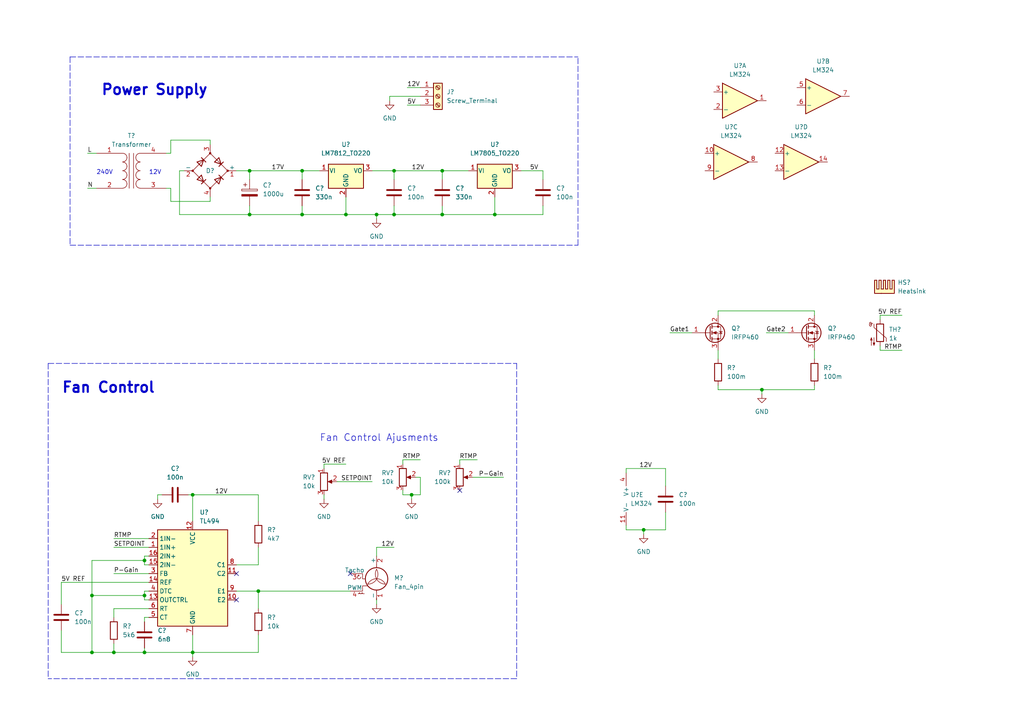
<source format=kicad_sch>
(kicad_sch (version 20211123) (generator eeschema)
  (paper "A4")
  (lib_symbols
    (symbol "Amplifier_Operational:LM324" (pin_names (offset 0.127))
      (property "Reference" "U" (at 0 5.08 0))
      (property "Value" "LM324" (at 0 -5.08 0))
      (symbol "LM324_1_1"
        (polyline (pts (xy -5.08 5.08) (xy 5.08 0) (xy -5.08 -5.08) (xy -5.08 5.08)) (stroke (width 0.254)) (fill (type background)))
        (pin output line (at 7.62 0 180) (length 2.54) (name "~") (number "1"))
        (pin input line (at -7.62 -2.54 0) (length 2.54) (name "-") (number "2"))
        (pin input line (at -7.62 2.54 0) (length 2.54) (name "+") (number "3"))
      )
      (symbol "LM324_2_1"
        (polyline (pts (xy -5.08 5.08) (xy 5.08 0) (xy -5.08 -5.08) (xy -5.08 5.08)) (stroke (width 0.254)) (fill (type background)))
        (pin input line (at -7.62 2.54 0) (length 2.54) (name "+") (number "5"))
        (pin input line (at -7.62 -2.54 0) (length 2.54) (name "-") (number "6"))
        (pin output line (at 7.62 0 180) (length 2.54) (name "~") (number "7"))
      )
      (symbol "LM324_3_1"
        (polyline (pts (xy -5.08 5.08) (xy 5.08 0) (xy -5.08 -5.08) (xy -5.08 5.08)) (stroke (width 0.254)) (fill (type background)))
        (pin input line (at -7.62 2.54 0) (length 2.54) (name "+") (number "10"))
        (pin output line (at 7.62 0 180) (length 2.54) (name "~") (number "8"))
        (pin input line (at -7.62 -2.54 0) (length 2.54) (name "-") (number "9"))
      )
      (symbol "LM324_4_1"
        (polyline (pts (xy -5.08 5.08) (xy 5.08 0) (xy -5.08 -5.08) (xy -5.08 5.08)) (stroke (width 0.254)) (fill (type background)))
        (pin input line (at -7.62 2.54 0) (length 2.54) (name "+") (number "12"))
        (pin input line (at -7.62 -2.54 0) (length 2.54) (name "-") (number "13"))
        (pin output line (at 7.62 0 180) (length 2.54) (name "~") (number "14"))
      )
      (symbol "LM324_5_1"
        (pin power_in line (at -2.54 -7.62 90) (length 3.81) (name "V-") (number "11"))
        (pin power_in line (at -2.54 7.62 270) (length 3.81) (name "V+") (number "4"))
      )
    )
    (symbol "Connector:Screw_Terminal_01x03" (pin_names (offset 1.016) hide)
      (property "Reference" "J" (at 0 5.08 0))
      (property "Value" "Screw_Terminal_01x03" (at 0 -5.08 0))
      (symbol "Screw_Terminal_01x03_1_1"
        (rectangle (start -1.27 3.81) (end 1.27 -3.81) (stroke (width 0.254)) (fill (type background)))
        (circle (center 0 -2.54) (radius 0.635) (stroke (width 0.1524)))
        (polyline (pts (xy -0.5334 -2.2098) (xy 0.3302 -3.048)) (stroke (width 0.1524)))
        (polyline (pts (xy -0.5334 0.3302) (xy 0.3302 -0.508)) (stroke (width 0.1524)))
        (polyline (pts (xy -0.5334 2.8702) (xy 0.3302 2.032)) (stroke (width 0.1524)))
        (polyline (pts (xy -0.3556 -2.032) (xy 0.508 -2.8702)) (stroke (width 0.1524)))
        (polyline (pts (xy -0.3556 0.508) (xy 0.508 -0.3302)) (stroke (width 0.1524)))
        (polyline (pts (xy -0.3556 3.048) (xy 0.508 2.2098)) (stroke (width 0.1524)))
        (circle (center 0 0) (radius 0.635) (stroke (width 0.1524)))
        (circle (center 0 2.54) (radius 0.635) (stroke (width 0.1524)))
        (pin passive line (at -5.08 2.54 0) (length 3.81) (name "Pin_1") (number "1"))
        (pin passive line (at -5.08 0 0) (length 3.81) (name "Pin_2") (number "2"))
        (pin passive line (at -5.08 -2.54 0) (length 3.81) (name "Pin_3") (number "3"))
      )
    )
    (symbol "Device:C" (pin_numbers hide) (pin_names (offset 0.254))
      (property "Reference" "C" (at 0.635 2.54 0))
      (property "Value" "C" (at 0.635 -2.54 0))
      (symbol "C_0_1"
        (polyline (pts (xy -2.032 -0.762) (xy 2.032 -0.762)) (stroke (width 0.508)))
        (polyline (pts (xy -2.032 0.762) (xy 2.032 0.762)) (stroke (width 0.508)))
      )
      (symbol "C_1_1"
        (pin passive line (at 0 3.81 270) (length 2.794) (name "~") (number "1"))
        (pin passive line (at 0 -3.81 90) (length 2.794) (name "~") (number "2"))
      )
    )
    (symbol "Device:C_Polarized" (pin_numbers hide) (pin_names (offset 0.254))
      (property "Reference" "C" (at 0.635 2.54 0))
      (property "Value" "C_Polarized" (at 0.635 -2.54 0))
      (symbol "C_Polarized_0_1"
        (rectangle (start -2.286 0.508) (end 2.286 1.016))
        (polyline (pts (xy -1.778 2.286) (xy -0.762 2.286)))
        (polyline (pts (xy -1.27 2.794) (xy -1.27 1.778)))
        (rectangle (start 2.286 -0.508) (end -2.286 -1.016) (fill (type outline)))
      )
      (symbol "C_Polarized_1_1"
        (pin passive line (at 0 3.81 270) (length 2.794) (name "~") (number "1"))
        (pin passive line (at 0 -3.81 90) (length 2.794) (name "~") (number "2"))
      )
    )
    (symbol "Device:D_Bridge_+-AA" (pin_names (offset 0))
      (property "Reference" "D" (at 2.54 6.985 0))
      (property "Value" "D_Bridge_+-AA" (at 2.54 5.08 0))
      (symbol "D_Bridge_+-AA_0_1"
        (circle (center -5.08 0) (radius 0.254) (fill (type outline)))
        (circle (center 0 -5.08) (radius 0.254) (fill (type outline)))
        (polyline (pts (xy -2.54 3.81) (xy -1.27 2.54)) (stroke (width 0.254)))
        (polyline (pts (xy -1.27 -2.54) (xy -2.54 -3.81)) (stroke (width 0.254)))
        (polyline (pts (xy 2.54 -1.27) (xy 3.81 -2.54)) (stroke (width 0.254)))
        (polyline (pts (xy 2.54 1.27) (xy 3.81 2.54)) (stroke (width 0.254)))
        (polyline (pts (xy -3.81 2.54) (xy -2.54 1.27) (xy -1.905 3.175) (xy -3.81 2.54)) (stroke (width 0.254)))
        (polyline (pts (xy -2.54 -1.27) (xy -3.81 -2.54) (xy -1.905 -3.175) (xy -2.54 -1.27)) (stroke (width 0.254)))
        (polyline (pts (xy 1.27 2.54) (xy 2.54 3.81) (xy 3.175 1.905) (xy 1.27 2.54)) (stroke (width 0.254)))
        (polyline (pts (xy 3.175 -1.905) (xy 1.27 -2.54) (xy 2.54 -3.81) (xy 3.175 -1.905)) (stroke (width 0.254)))
        (polyline (pts (xy -5.08 0) (xy 0 -5.08) (xy 5.08 0) (xy 0 5.08) (xy -5.08 0)))
        (circle (center 0 5.08) (radius 0.254) (fill (type outline)))
        (circle (center 5.08 0) (radius 0.254) (fill (type outline)))
      )
      (symbol "D_Bridge_+-AA_1_1"
        (pin passive line (at 7.62 0 180) (length 2.54) (name "+") (number "1"))
        (pin passive line (at -7.62 0 0) (length 2.54) (name "-") (number "2"))
        (pin passive line (at 0 7.62 270) (length 2.54) (name "~") (number "3"))
        (pin passive line (at 0 -7.62 90) (length 2.54) (name "~") (number "4"))
      )
    )
    (symbol "Device:Q_NMOS_GDS" (pin_names (offset 0) hide)
      (property "Reference" "Q" (at 5.08 1.27 0))
      (property "Value" "Q_NMOS_GDS" (at 5.08 -1.27 0))
      (symbol "Q_NMOS_GDS_0_1"
        (polyline (pts (xy 0.254 0) (xy -2.54 0)))
        (polyline (pts (xy 0.254 1.905) (xy 0.254 -1.905)) (stroke (width 0.254)))
        (polyline (pts (xy 0.762 -1.27) (xy 0.762 -2.286)) (stroke (width 0.254)))
        (polyline (pts (xy 0.762 0.508) (xy 0.762 -0.508)) (stroke (width 0.254)))
        (polyline (pts (xy 0.762 2.286) (xy 0.762 1.27)) (stroke (width 0.254)))
        (polyline (pts (xy 2.54 2.54) (xy 2.54 1.778)))
        (polyline (pts (xy 2.54 -2.54) (xy 2.54 0) (xy 0.762 0)))
        (polyline (pts (xy 0.762 -1.778) (xy 3.302 -1.778) (xy 3.302 1.778) (xy 0.762 1.778)))
        (polyline (pts (xy 1.016 0) (xy 2.032 0.381) (xy 2.032 -0.381) (xy 1.016 0)) (fill (type outline)))
        (polyline (pts (xy 2.794 0.508) (xy 2.921 0.381) (xy 3.683 0.381) (xy 3.81 0.254)))
        (polyline (pts (xy 3.302 0.381) (xy 2.921 -0.254) (xy 3.683 -0.254) (xy 3.302 0.381)))
        (circle (center 1.651 0) (radius 2.794) (stroke (width 0.254)))
        (circle (center 2.54 -1.778) (radius 0.254) (fill (type outline)))
        (circle (center 2.54 1.778) (radius 0.254) (fill (type outline)))
      )
      (symbol "Q_NMOS_GDS_1_1"
        (pin input line (at -5.08 0 0) (length 2.54) (name "G") (number "1"))
        (pin passive line (at 2.54 5.08 270) (length 2.54) (name "D") (number "2"))
        (pin passive line (at 2.54 -5.08 90) (length 2.54) (name "S") (number "3"))
      )
    )
    (symbol "Device:R" (pin_numbers hide) (pin_names (offset 0))
      (property "Reference" "R" (at 2.032 0 90))
      (property "Value" "R" (at 0 0 90))
      (symbol "R_0_1"
        (rectangle (start -1.016 -2.54) (end 1.016 2.54) (stroke (width 0.254)))
      )
      (symbol "R_1_1"
        (pin passive line (at 0 3.81 270) (length 1.27) (name "~") (number "1"))
        (pin passive line (at 0 -3.81 90) (length 1.27) (name "~") (number "2"))
      )
    )
    (symbol "Device:R_Potentiometer" (pin_names (offset 1.016) hide)
      (property "Reference" "RV" (at -4.445 0 90))
      (property "Value" "R_Potentiometer" (at -2.54 0 90))
      (symbol "R_Potentiometer_0_1"
        (polyline (pts (xy 2.54 0) (xy 1.524 0)))
        (polyline (pts (xy 1.143 0) (xy 2.286 0.508) (xy 2.286 -0.508) (xy 1.143 0)) (fill (type outline)))
        (rectangle (start 1.016 2.54) (end -1.016 -2.54) (stroke (width 0.254)))
      )
      (symbol "R_Potentiometer_1_1"
        (pin passive line (at 0 3.81 270) (length 1.27) (name "1") (number "1"))
        (pin passive line (at 3.81 0 180) (length 1.27) (name "2") (number "2"))
        (pin passive line (at 0 -3.81 90) (length 1.27) (name "3") (number "3"))
      )
    )
    (symbol "Device:Thermistor_NTC" (pin_numbers hide) (pin_names (offset 0))
      (property "Reference" "TH" (at -4.445 0 90))
      (property "Value" "Thermistor_NTC" (at 3.175 0 90))
      (symbol "Thermistor_NTC_0_1"
        (arc (start -3.048 2.159) (mid -3.0495 2.3143) (end -3.175 2.413))
        (arc (start -3.048 2.159) (mid -2.9736 1.9794) (end -2.794 1.905))
        (arc (start -3.048 2.794) (mid -2.9736 2.6144) (end -2.794 2.54))
        (arc (start -2.794 1.905) (mid -2.6144 1.9794) (end -2.54 2.159))
        (arc (start -2.794 2.54) (mid -2.4393 2.5587) (end -2.159 2.794))
        (arc (start -2.794 3.048) (mid -2.9736 2.9736) (end -3.048 2.794))
        (arc (start -2.54 2.794) (mid -2.6144 2.9736) (end -2.794 3.048))
        (rectangle (start -1.016 2.54) (end 1.016 -2.54) (stroke (width 0.254)))
        (polyline (pts (xy -2.54 2.159) (xy -2.54 2.794)))
        (polyline (pts (xy -1.778 2.54) (xy -1.778 1.524) (xy 1.778 -1.524) (xy 1.778 -2.54)))
        (polyline (pts (xy -2.54 -3.683) (xy -2.54 -1.397) (xy -2.794 -2.159) (xy -2.286 -2.159) (xy -2.54 -1.397) (xy -2.54 -1.651)) (fill (type outline)))
        (polyline (pts (xy -1.778 -1.397) (xy -1.778 -3.683) (xy -2.032 -2.921) (xy -1.524 -2.921) (xy -1.778 -3.683) (xy -1.778 -3.429)) (fill (type outline)))
      )
      (symbol "Thermistor_NTC_1_1"
        (pin passive line (at 0 3.81 270) (length 1.27) (name "~") (number "1"))
        (pin passive line (at 0 -3.81 90) (length 1.27) (name "~") (number "2"))
      )
    )
    (symbol "Device:Transformer_1P_1S" (pin_names (offset 1.016) hide)
      (property "Reference" "T" (at 0 6.35 0))
      (property "Value" "Transformer_1P_1S" (at 0 -7.62 0))
      (symbol "Transformer_1P_1S_0_1"
        (arc (start -2.54 -5.0546) (mid -1.6599 -4.6901) (end -1.27 -3.81))
        (arc (start -2.54 -2.5146) (mid -1.6599 -2.1501) (end -1.27 -1.27))
        (arc (start -2.54 0.0254) (mid -1.6599 0.3899) (end -1.27 1.27))
        (arc (start -2.54 2.5654) (mid -1.6599 2.9299) (end -1.27 3.81))
        (arc (start -1.27 -3.81) (mid -1.642 -2.912) (end -2.54 -2.54))
        (arc (start -1.27 -1.27) (mid -1.642 -0.372) (end -2.54 0))
        (arc (start -1.27 1.27) (mid -1.642 2.168) (end -2.54 2.54))
        (arc (start -1.27 3.81) (mid -1.642 4.708) (end -2.54 5.08))
        (polyline (pts (xy -0.635 5.08) (xy -0.635 -5.08)))
        (polyline (pts (xy 0.635 -5.08) (xy 0.635 5.08)))
        (arc (start 1.2954 -1.27) (mid 1.6599 -2.1501) (end 2.54 -2.5146))
        (arc (start 1.2954 1.27) (mid 1.6599 0.3899) (end 2.54 0.0254))
        (arc (start 1.2954 3.81) (mid 1.6599 2.9299) (end 2.54 2.5654))
        (arc (start 1.3208 -3.81) (mid 1.6853 -4.6901) (end 2.5654 -5.0546))
        (arc (start 2.54 0) (mid 1.642 -0.372) (end 1.2954 -1.27))
        (arc (start 2.54 2.54) (mid 1.642 2.168) (end 1.2954 1.27))
        (arc (start 2.54 5.08) (mid 1.642 4.708) (end 1.2954 3.81))
        (arc (start 2.5654 -2.54) (mid 1.6674 -2.912) (end 1.3208 -3.81))
      )
      (symbol "Transformer_1P_1S_1_1"
        (pin passive line (at -10.16 5.08 0) (length 7.62) (name "AA") (number "1"))
        (pin passive line (at -10.16 -5.08 0) (length 7.62) (name "AB") (number "2"))
        (pin passive line (at 10.16 -5.08 180) (length 7.62) (name "SA") (number "3"))
        (pin passive line (at 10.16 5.08 180) (length 7.62) (name "SB") (number "4"))
      )
    )
    (symbol "Mechanical:Heatsink" (pin_names (offset 1.016))
      (property "Reference" "HS" (at 0 5.08 0))
      (property "Value" "Heatsink" (at 0 -1.27 0))
      (symbol "Heatsink_0_1"
        (polyline (pts (xy -0.3302 1.27) (xy -0.9652 1.27) (xy -0.9652 3.81) (xy -1.6002 3.81) (xy -1.6002 1.27) (xy -2.2352 1.27) (xy -2.2352 3.81) (xy -2.8702 3.81) (xy -2.8702 0) (xy -0.9652 0)) (stroke (width 0.254)) (fill (type background)))
        (polyline (pts (xy -0.3302 1.27) (xy -0.3302 3.81) (xy 0.3048 3.81) (xy 0.3048 1.27) (xy 0.9398 1.27) (xy 0.9398 3.81) (xy 1.5748 3.81) (xy 1.5748 1.27) (xy 2.2098 1.27) (xy 2.2098 3.81) (xy 2.8448 3.81) (xy 2.8448 0) (xy -0.9652 0)) (stroke (width 0.254)) (fill (type background)))
      )
    )
    (symbol "Motor:Fan_4pin" (pin_names (offset 0))
      (property "Reference" "M" (at 2.54 5.08 0))
      (property "Value" "Fan_4pin" (at 2.54 -2.54 0))
      (symbol "Fan_4pin_0_0"
        (arc (start -5.588 1.524) (mid -5.08 1.016) (end -4.572 1.524))
        (arc (start -5.08 2.032) (mid -5.4392 1.8832) (end -5.588 1.524))
        (polyline (pts (xy -5.08 2.032) (xy -5.334 2.159)))
        (polyline (pts (xy -5.08 2.032) (xy -5.207 1.778)))
        (polyline (pts (xy -4.064 2.54) (xy -4.064 1.016) (xy -3.302 1.016)))
      )
      (symbol "Fan_4pin_0_1"
        (arc (start -2.54 -0.508) (mid 0.0028 0.9121) (end 0 3.81))
        (polyline (pts (xy -4.064 2.54) (xy -5.08 2.54)))
        (polyline (pts (xy 0 -5.08) (xy 0 -4.572)))
        (polyline (pts (xy 0 -2.2352) (xy 0 -2.6416)))
        (polyline (pts (xy 0 4.2672) (xy 0 4.6228)))
        (polyline (pts (xy 0 4.572) (xy 0 5.08)))
        (polyline (pts (xy -2.54 -1.016) (xy -4.064 -1.016) (xy -4.064 -2.54) (xy -5.08 -2.54)))
        (polyline (pts (xy -5.334 -3.302) (xy -5.08 -3.302) (xy -5.08 -3.048) (xy -4.826 -3.048) (xy -4.826 -3.302) (xy -4.318 -3.302) (xy -4.318 -3.048) (xy -4.064 -3.048) (xy -4.064 -3.302) (xy -3.556 -3.302)))
        (circle (center 0 1.016) (radius 3.2512) (stroke (width 0.254)))
        (arc (start 0 3.81) (mid 0.053 0.921) (end 2.54 -0.508))
        (arc (start 2.54 -0.508) (mid 0 1.0618) (end -2.54 -0.508))
      )
      (symbol "Fan_4pin_1_1"
        (pin passive line (at 0 -5.08 90) (length 2.54) (name "-") (number "1"))
        (pin passive line (at 0 7.62 270) (length 2.54) (name "+") (number "2"))
        (pin passive line (at -7.62 2.54 0) (length 2.54) (name "Tacho") (number "3"))
        (pin input line (at -7.62 -2.54 0) (length 2.54) (name "PWM") (number "4"))
      )
    )
    (symbol "Regulator_Controller:TL494"
      (property "Reference" "U" (at 3.81 19.05 0))
      (property "Value" "TL494" (at 3.81 16.51 0))
      (symbol "TL494_0_1"
        (rectangle (start -10.16 -12.7) (end 10.16 15.24) (stroke (width 0.254)) (fill (type background)))
      )
      (symbol "TL494_1_1"
        (pin input line (at -12.7 10.16 0) (length 2.54) (name "1IN+") (number "1"))
        (pin passive line (at 12.7 -5.08 180) (length 2.54) (name "E2") (number "10"))
        (pin passive line (at 12.7 2.54 180) (length 2.54) (name "C2") (number "11"))
        (pin power_in line (at 0 17.78 270) (length 2.54) (name "VCC") (number "12"))
        (pin input line (at -12.7 -5.08 0) (length 2.54) (name "OUTCTRL") (number "13"))
        (pin power_out line (at -12.7 0 0) (length 2.54) (name "REF") (number "14"))
        (pin input line (at -12.7 5.08 0) (length 2.54) (name "2IN-") (number "15"))
        (pin input line (at -12.7 7.62 0) (length 2.54) (name "2IN+") (number "16"))
        (pin input line (at -12.7 12.7 0) (length 2.54) (name "1IN-") (number "2"))
        (pin output line (at -12.7 2.54 0) (length 2.54) (name "FB") (number "3"))
        (pin input line (at -12.7 -2.54 0) (length 2.54) (name "DTC") (number "4"))
        (pin passive line (at -12.7 -10.16 0) (length 2.54) (name "CT") (number "5"))
        (pin passive line (at -12.7 -7.62 0) (length 2.54) (name "RT") (number "6"))
        (pin power_in line (at 0 -15.24 90) (length 2.54) (name "GND") (number "7"))
        (pin passive line (at 12.7 5.08 180) (length 2.54) (name "C1") (number "8"))
        (pin passive line (at 12.7 -2.54 180) (length 2.54) (name "E1") (number "9"))
      )
    )
    (symbol "Regulator_Linear:LM7805_TO220" (pin_names (offset 0.254))
      (property "Reference" "U" (at -3.81 3.175 0))
      (property "Value" "LM7805_TO220" (at 0 3.175 0))
      (symbol "LM7805_TO220_0_1"
        (rectangle (start -5.08 1.905) (end 5.08 -5.08) (stroke (width 0.254)) (fill (type background)))
      )
      (symbol "LM7805_TO220_1_1"
        (pin power_in line (at -7.62 0 0) (length 2.54) (name "VI") (number "1"))
        (pin power_in line (at 0 -7.62 90) (length 2.54) (name "GND") (number "2"))
        (pin power_out line (at 7.62 0 180) (length 2.54) (name "VO") (number "3"))
      )
    )
    (symbol "Regulator_Linear:LM7812_TO220" (pin_names (offset 0.254))
      (property "Reference" "U" (at -3.81 3.175 0))
      (property "Value" "LM7812_TO220" (at 0 3.175 0))
      (symbol "LM7812_TO220_0_1"
        (rectangle (start -5.08 1.905) (end 5.08 -5.08) (stroke (width 0.254)) (fill (type background)))
      )
      (symbol "LM7812_TO220_1_1"
        (pin power_in line (at -7.62 0 0) (length 2.54) (name "VI") (number "1"))
        (pin power_in line (at 0 -7.62 90) (length 2.54) (name "GND") (number "2"))
        (pin power_out line (at 7.62 0 180) (length 2.54) (name "VO") (number "3"))
      )
    )
    (symbol "power:GND" (power) (pin_names (offset 0))
      (property "Value" "GND" (at 0 -3.81 0))
      (symbol "GND_0_1"
        (polyline (pts (xy 0 0) (xy 0 -1.27) (xy 1.27 -1.27) (xy 0 -2.54) (xy -1.27 -1.27) (xy 0 -1.27)))
      )
      (symbol "GND_1_1"
        (pin power_in line (at 0 0 270) (length 0) hide (name "GND") (number "1"))
      )
    )
  )
  (junction (at 128.27 62.23))
  (junction (at 109.22 62.23))
  (junction (at 72.39 49.53))
  (junction (at 128.27 49.53))
  (junction (at 74.93 171.45))
  (junction (at 41.91 172.72))
  (junction (at 114.3 49.53))
  (junction (at 119.38 143.51))
  (junction (at 41.91 189.23))
  (junction (at 26.67 172.72))
  (junction (at 143.51 62.23))
  (junction (at 186.69 153.67))
  (junction (at 114.3 62.23))
  (junction (at 41.91 162.56))
  (junction (at 100.33 62.23))
  (junction (at 87.63 62.23))
  (junction (at 26.67 189.23))
  (junction (at 220.98 113.03))
  (junction (at 33.02 189.23))
  (junction (at 87.63 49.53))
  (junction (at 55.88 143.51))
  (junction (at 72.39 62.23))
  (junction (at 55.88 189.23))
  (no_connect (at 101.6 166.37))
  (no_connect (at 68.58 173.99))
  (no_connect (at 68.58 166.37))
  (no_connect (at 133.35 142.24))
  (wire (pts (xy 72.39 49.53) (xy 87.63 49.53)))
  (wire (pts (xy 55.88 184.15) (xy 55.88 189.23)))
  (wire (pts (xy 72.39 62.23) (xy 87.63 62.23)))
  (wire (pts (xy 43.18 168.91) (xy 17.78 168.91)))
  (wire (pts (xy 220.98 113.03) (xy 220.98 114.3)))
  (wire (pts (xy 43.18 171.45) (xy 41.91 171.45)))
  (wire (pts (xy 107.95 49.53) (xy 114.3 49.53)))
  (wire (pts (xy 116.84 133.35) (xy 116.84 134.62)))
  (wire (pts (xy 41.91 179.07) (xy 41.91 180.34)))
  (wire (pts (xy 43.18 179.07) (xy 41.91 179.07)))
  (wire (pts (xy 128.27 59.69) (xy 128.27 62.23)))
  (wire (pts (xy 33.02 186.69) (xy 33.02 189.23)))
  (wire (pts (xy 72.39 49.53) (xy 72.39 52.07)))
  (wire (pts (xy 113.03 29.21) (xy 113.03 27.94)))
  (wire (pts (xy 49.53 58.42) (xy 60.96 58.42)))
  (wire (pts (xy 236.22 101.6) (xy 236.22 104.14)))
  (wire (pts (xy 236.22 113.03) (xy 236.22 111.76)))
  (wire (pts (xy 128.27 49.53) (xy 128.27 52.07)))
  (wire (pts (xy 113.03 27.94) (xy 121.92 27.94)))
  (wire (pts (xy 45.72 143.51) (xy 45.72 144.78)))
  (wire (pts (xy 114.3 59.69) (xy 114.3 62.23)))
  (wire (pts (xy 49.53 54.61) (xy 49.53 58.42)))
  (wire (pts (xy 49.53 40.64) (xy 49.53 44.45)))
  (wire (pts (xy 222.25 96.52) (xy 228.6 96.52)))
  (wire (pts (xy 25.4 54.61) (xy 27.94 54.61)))
  (wire (pts (xy 41.91 189.23) (xy 41.91 187.96)))
  (wire (pts (xy 41.91 163.83) (xy 43.18 163.83)))
  (wire (pts (xy 114.3 49.53) (xy 128.27 49.53)))
  (wire (pts (xy 41.91 172.72) (xy 41.91 173.99)))
  (wire (pts (xy 208.28 101.6) (xy 208.28 104.14)))
  (wire (pts (xy 26.67 172.72) (xy 41.91 172.72)))
  (wire (pts (xy 138.43 133.35) (xy 133.35 133.35)))
  (wire (pts (xy 220.98 113.03) (xy 236.22 113.03)))
  (wire (pts (xy 46.99 143.51) (xy 45.72 143.51)))
  (wire (pts (xy 181.61 137.16) (xy 181.61 135.89)))
  (wire (pts (xy 55.88 143.51) (xy 55.88 151.13)))
  (wire (pts (xy 41.91 189.23) (xy 55.88 189.23)))
  (wire (pts (xy 25.4 44.45) (xy 27.94 44.45)))
  (wire (pts (xy 33.02 176.53) (xy 33.02 179.07)))
  (wire (pts (xy 261.62 101.6) (xy 255.27 101.6)))
  (wire (pts (xy 17.78 168.91) (xy 17.78 175.26)))
  (wire (pts (xy 121.92 143.51) (xy 119.38 143.51)))
  (wire (pts (xy 181.61 153.67) (xy 181.61 152.4)))
  (wire (pts (xy 93.98 143.51) (xy 93.98 144.78)))
  (wire (pts (xy 55.88 143.51) (xy 74.93 143.51)))
  (wire (pts (xy 157.48 59.69) (xy 157.48 62.23)))
  (wire (pts (xy 60.96 58.42) (xy 60.96 57.15)))
  (wire (pts (xy 157.48 49.53) (xy 157.48 52.07)))
  (wire (pts (xy 181.61 135.89) (xy 193.04 135.89)))
  (polyline (pts (xy 13.97 105.41) (xy 149.86 105.41)))
  (wire (pts (xy 72.39 59.69) (xy 72.39 62.23)))
  (polyline (pts (xy 13.97 105.41) (xy 13.97 196.85)))
  (wire (pts (xy 255.27 100.33) (xy 255.27 101.6)))
  (wire (pts (xy 74.93 151.13) (xy 74.93 143.51)))
  (wire (pts (xy 49.53 40.64) (xy 60.96 40.64)))
  (wire (pts (xy 41.91 173.99) (xy 43.18 173.99)))
  (wire (pts (xy 54.61 143.51) (xy 55.88 143.51)))
  (wire (pts (xy 255.27 91.44) (xy 261.62 91.44)))
  (wire (pts (xy 157.48 62.23) (xy 143.51 62.23)))
  (wire (pts (xy 120.65 138.43) (xy 121.92 138.43)))
  (wire (pts (xy 186.69 153.67) (xy 181.61 153.67)))
  (wire (pts (xy 128.27 62.23) (xy 143.51 62.23)))
  (wire (pts (xy 114.3 62.23) (xy 109.22 62.23)))
  (polyline (pts (xy 167.64 71.12) (xy 167.64 16.51)))
  (wire (pts (xy 55.88 189.23) (xy 74.93 189.23)))
  (polyline (pts (xy 20.32 16.51) (xy 167.64 16.51)))
  (wire (pts (xy 193.04 135.89) (xy 193.04 140.97)))
  (wire (pts (xy 208.28 91.44) (xy 208.28 90.17)))
  (wire (pts (xy 194.31 96.52) (xy 200.66 96.52)))
  (wire (pts (xy 74.93 189.23) (xy 74.93 184.15)))
  (wire (pts (xy 74.93 163.83) (xy 74.93 158.75)))
  (wire (pts (xy 53.34 49.53) (xy 52.07 49.53)))
  (wire (pts (xy 128.27 49.53) (xy 135.89 49.53)))
  (wire (pts (xy 118.11 25.4) (xy 121.92 25.4)))
  (wire (pts (xy 55.88 190.5) (xy 55.88 189.23)))
  (wire (pts (xy 74.93 171.45) (xy 74.93 176.53)))
  (wire (pts (xy 137.16 138.43) (xy 146.05 138.43)))
  (wire (pts (xy 118.11 30.48) (xy 121.92 30.48)))
  (wire (pts (xy 208.28 111.76) (xy 208.28 113.03)))
  (wire (pts (xy 60.96 40.64) (xy 60.96 41.91)))
  (wire (pts (xy 87.63 49.53) (xy 87.63 52.07)))
  (wire (pts (xy 151.13 49.53) (xy 157.48 49.53)))
  (wire (pts (xy 109.22 62.23) (xy 100.33 62.23)))
  (wire (pts (xy 208.28 113.03) (xy 220.98 113.03)))
  (wire (pts (xy 17.78 189.23) (xy 17.78 182.88)))
  (wire (pts (xy 119.38 143.51) (xy 116.84 143.51)))
  (wire (pts (xy 33.02 189.23) (xy 41.91 189.23)))
  (wire (pts (xy 119.38 143.51) (xy 119.38 144.78)))
  (wire (pts (xy 74.93 171.45) (xy 101.6 171.45)))
  (wire (pts (xy 133.35 133.35) (xy 133.35 134.62)))
  (wire (pts (xy 114.3 158.75) (xy 109.22 158.75)))
  (wire (pts (xy 109.22 62.23) (xy 109.22 63.5)))
  (wire (pts (xy 26.67 172.72) (xy 26.67 189.23)))
  (polyline (pts (xy 20.32 71.12) (xy 167.64 71.12)))
  (wire (pts (xy 87.63 59.69) (xy 87.63 62.23)))
  (wire (pts (xy 33.02 156.21) (xy 43.18 156.21)))
  (wire (pts (xy 26.67 189.23) (xy 17.78 189.23)))
  (wire (pts (xy 193.04 153.67) (xy 186.69 153.67)))
  (polyline (pts (xy 20.32 16.51) (xy 20.32 71.12)))
  (wire (pts (xy 41.91 162.56) (xy 41.91 163.83)))
  (wire (pts (xy 52.07 62.23) (xy 72.39 62.23)))
  (wire (pts (xy 41.91 171.45) (xy 41.91 172.72)))
  (wire (pts (xy 92.71 49.53) (xy 87.63 49.53)))
  (wire (pts (xy 48.26 54.61) (xy 49.53 54.61)))
  (wire (pts (xy 48.26 44.45) (xy 49.53 44.45)))
  (wire (pts (xy 208.28 90.17) (xy 236.22 90.17)))
  (wire (pts (xy 121.92 133.35) (xy 116.84 133.35)))
  (wire (pts (xy 121.92 138.43) (xy 121.92 143.51)))
  (wire (pts (xy 41.91 161.29) (xy 41.91 162.56)))
  (wire (pts (xy 33.02 158.75) (xy 43.18 158.75)))
  (wire (pts (xy 236.22 90.17) (xy 236.22 91.44)))
  (wire (pts (xy 26.67 162.56) (xy 26.67 172.72)))
  (wire (pts (xy 100.33 134.62) (xy 93.98 134.62)))
  (wire (pts (xy 128.27 62.23) (xy 114.3 62.23)))
  (wire (pts (xy 33.02 166.37) (xy 43.18 166.37)))
  (wire (pts (xy 68.58 49.53) (xy 72.39 49.53)))
  (wire (pts (xy 43.18 161.29) (xy 41.91 161.29)))
  (wire (pts (xy 143.51 62.23) (xy 143.51 57.15)))
  (wire (pts (xy 193.04 148.59) (xy 193.04 153.67)))
  (wire (pts (xy 109.22 173.99) (xy 109.22 175.26)))
  (wire (pts (xy 255.27 92.71) (xy 255.27 91.44)))
  (wire (pts (xy 186.69 153.67) (xy 186.69 154.94)))
  (wire (pts (xy 52.07 49.53) (xy 52.07 62.23)))
  (wire (pts (xy 109.22 158.75) (xy 109.22 161.29)))
  (wire (pts (xy 97.79 139.7) (xy 107.95 139.7)))
  (wire (pts (xy 87.63 62.23) (xy 100.33 62.23)))
  (polyline (pts (xy 149.86 196.85) (xy 13.97 196.85)))
  (wire (pts (xy 68.58 163.83) (xy 74.93 163.83)))
  (wire (pts (xy 100.33 62.23) (xy 100.33 57.15)))
  (wire (pts (xy 116.84 143.51) (xy 116.84 142.24)))
  (wire (pts (xy 93.98 134.62) (xy 93.98 135.89)))
  (wire (pts (xy 41.91 162.56) (xy 26.67 162.56)))
  (wire (pts (xy 68.58 171.45) (xy 74.93 171.45)))
  (wire (pts (xy 114.3 49.53) (xy 114.3 52.07)))
  (wire (pts (xy 43.18 176.53) (xy 33.02 176.53)))
  (polyline (pts (xy 149.86 105.41) (xy 149.86 196.85)))
  (wire (pts (xy 26.67 189.23) (xy 33.02 189.23)))
  (text "12V" (at 43.18 50.8 0) (effects (font (size 1.25 1.25)) (justify left bottom)))
  (text "Fan Control" (at 17.78 114.3 0) (effects (font (size 3 3) (thickness 0.6) bold) (justify left bottom)))
  (text "Fan Control Ajusments" (at 92.71 128.27 0) (effects (font (size 2 2)) (justify left bottom)))
  (text "240V" (at 27.94 50.8 0) (effects (font (size 1.25 1.25)) (justify left bottom)))
  (text "Power Supply" (at 29.21 27.94 0) (effects (font (size 3 3) (thickness 0.6) bold) (justify left bottom)))
  (label "5V REF" (at 17.78 168.91 0))
  (label "RTMP" (at 261.62 101.6 180))
  (label "5V REF" (at 261.62 91.44 180))
  (label "RTMP" (at 33.02 156.21 0))
  (label "12V" (at 118.11 25.4 0))
  (label "SETPOINT" (at 33.02 158.75 0))
  (label "17V" (at 78.74 49.53 0))
  (label "12V" (at 185.42 135.89 0))
  (label "12V" (at 66.04 143.51 180))
  (label "5V REF" (at 100.33 134.62 180))
  (label "N" (at 25.4 54.61 0))
  (label "SETPOINT" (at 107.95 139.7 180))
  (label "RTMP" (at 138.43 133.35 180))
  (label "5V" (at 153.67 49.53 0))
  (label "Gate1" (at 194.31 96.52 0))
  (label "12V" (at 119.38 49.53 0))
  (label "5V" (at 118.11 30.48 0))
  (label "RTMP" (at 121.92 133.35 180))
  (label "L" (at 25.4 44.45 0))
  (label "P-Gain" (at 33.02 166.37 0))
  (label "Gate2" (at 222.25 96.52 0))
  (label "P-Gain" (at 146.05 138.43 180))
  (label "12V" (at 114.3 158.75 180))
  (symbol (lib_id "Device:R_Potentiometer") (at 133.35 138.43 0) (unit 1)
    (property "Reference" "RV?" (at 130.81 137.1599 0) (effects (justify right)))
    (property "Value" "100k" (at 130.81 139.6999 0) (effects (justify right)))
  )
  (symbol (lib_id "Device:C") (at 128.27 55.88 0) (unit 1)
    (property "Reference" "C?" (at 132.08 54.6099 0) (effects (justify left)))
    (property "Value" "330n" (at 132.08 57.1499 0) (effects (justify left)))
  )
  (symbol (lib_id "power:GND") (at 45.72 144.78 0) (unit 1)
    (property "Reference" "#PWR?" (effects hide))
    (property "Value" "GND" (at 45.72 149.86 0))
  )
  (symbol (lib_id "Amplifier_Operational:LM324") (at 232.41 46.99 0) (unit 4)
    (property "Reference" "U?" (at 232.41 36.83 0))
    (property "Value" "LM324" (at 232.41 39.37 0))
    (property "Datasheet" "http://www.ti.com/lit/ds/symlink/lm2902-n.pdf" (effects hide))
  )
  (symbol (lib_id "Amplifier_Operational:LM324") (at 212.09 46.99 0) (unit 3)
    (property "Reference" "U?" (at 212.09 36.83 0))
    (property "Value" "LM324" (at 212.09 39.37 0))
    (property "Datasheet" "http://www.ti.com/lit/ds/symlink/lm2902-n.pdf" (effects hide))
  )
  (symbol (lib_id "Device:Q_NMOS_GDS") (at 205.74 96.52 0) (unit 1)
    (property "Reference" "Q?" (at 212.09 95.2499 0) (effects (justify left)))
    (property "Value" "IRFP460" (at 212.09 97.7899 0) (effects (justify left)))
  )
  (symbol (lib_id "power:GND") (at 113.03 29.21 0) (unit 1)
    (property "Reference" "#PWR?" (effects hide))
    (property "Value" "GND" (at 113.03 34.29 0))
  )
  (symbol (lib_id "Device:C") (at 41.91 184.15 0) (unit 1)
    (property "Reference" "C?" (at 45.72 182.8799 0) (effects (justify left)))
    (property "Value" "6n8" (at 45.72 185.4199 0) (effects (justify left)))
  )
  (symbol (lib_id "Device:R_Potentiometer") (at 116.84 138.43 0) (unit 1)
    (property "Reference" "RV?" (at 114.3 137.1599 0) (effects (justify right)))
    (property "Value" "10k" (at 114.3 139.6999 0) (effects (justify right)))
  )
  (symbol (lib_id "Device:Transformer_1P_1S") (at 38.1 49.53 0) (unit 1)
    (property "Reference" "T?" (at 38.1127 39.37 0))
    (property "Value" "Transformer" (at 38.1127 41.91 0))
  )
  (symbol (lib_id "Device:D_Bridge_+-AA") (at 60.96 49.53 0) (unit 1)
    (property "Reference" "D?" (at 60.96 49.53 0))
    (property "Value" "D_Bridge_+-AA" (effects hide))
  )
  (symbol (lib_id "Connector:Screw_Terminal_01x03") (at 127 27.94 0) (unit 1)
    (property "Reference" "J?" (at 129.54 26.6699 0) (effects (justify left)))
    (property "Value" "Screw_Terminal" (at 129.54 29.2099 0) (effects (justify left)))
  )
  (symbol (lib_id "Motor:Fan_4pin") (at 109.22 168.91 0) (unit 1)
    (property "Reference" "M?" (at 114.3 167.6399 0) (effects (justify left)))
    (property "Value" "Fan_4pin" (at 114.3 170.1799 0) (effects (justify left)))
    (property "Datasheet" "http://www.formfactors.org/developer%5Cspecs%5Crev1_2_public.pdf" (effects hide))
  )
  (symbol (lib_id "Amplifier_Operational:LM324") (at 238.76 27.94 0) (unit 2)
    (property "Reference" "U?" (at 238.76 17.78 0))
    (property "Value" "LM324" (at 238.76 20.32 0))
    (property "Datasheet" "http://www.ti.com/lit/ds/symlink/lm2902-n.pdf" (effects hide))
  )
  (symbol (lib_id "Device:Q_NMOS_GDS") (at 233.68 96.52 0) (unit 1)
    (property "Reference" "Q?" (at 240.03 95.2499 0) (effects (justify left)))
    (property "Value" "IRFP460" (at 240.03 97.7899 0) (effects (justify left)))
  )
  (symbol (lib_id "Device:R") (at 74.93 154.94 0) (unit 1)
    (property "Reference" "R?" (at 77.47 153.6699 0) (effects (justify left)))
    (property "Value" "4k7" (at 77.47 156.2099 0) (effects (justify left)))
  )
  (symbol (lib_id "Device:R") (at 208.28 107.95 0) (unit 1)
    (property "Reference" "R?" (at 210.82 106.6799 0) (effects (justify left)))
    (property "Value" "100m" (at 210.82 109.2199 0) (effects (justify left)))
  )
  (symbol (lib_id "power:GND") (at 93.98 144.78 0) (unit 1)
    (property "Reference" "#PWR?" (effects hide))
    (property "Value" "GND" (at 93.98 149.86 0))
  )
  (symbol (lib_id "Device:R") (at 33.02 182.88 0) (unit 1)
    (property "Reference" "R?" (at 35.56 181.6099 0) (effects (justify left)))
    (property "Value" "5k6" (at 35.56 184.1499 0) (effects (justify left)))
  )
  (symbol (lib_id "Device:C") (at 114.3 55.88 0) (unit 1)
    (property "Reference" "C?" (at 118.11 54.6099 0) (effects (justify left)))
    (property "Value" "100n" (at 118.11 57.1499 0) (effects (justify left)))
  )
  (symbol (lib_id "power:GND") (at 55.88 190.5 0) (unit 1)
    (property "Reference" "#PWR?" (effects hide))
    (property "Value" "GND" (at 55.88 195.58 0))
  )
  (symbol (lib_id "Device:Thermistor_NTC") (at 255.27 96.52 0) (unit 1)
    (property "Reference" "TH?" (at 257.81 95.5674 0) (effects (justify left)))
    (property "Value" "1k" (at 257.81 98.1074 0) (effects (justify left)))
  )
  (symbol (lib_id "power:GND") (at 119.38 144.78 0) (unit 1)
    (property "Reference" "#PWR?" (effects hide))
    (property "Value" "GND" (at 119.38 149.86 0))
  )
  (symbol (lib_id "Regulator_Linear:LM7812_TO220") (at 100.33 49.53 0) (unit 1)
    (property "Reference" "U?" (at 100.33 41.91 0))
    (property "Value" "LM7812_TO220" (at 100.33 44.45 0))
    (property "Footprint" "Package_TO_SOT_THT:TO-220-3_Vertical" (effects hide))
    (property "Datasheet" "https://www.onsemi.cn/PowerSolutions/document/MC7800-D.PDF" (effects hide))
  )
  (symbol (lib_id "Amplifier_Operational:LM324") (at 184.15 144.78 0) (unit 5)
    (property "Reference" "U?" (at 182.88 143.5099 0) (effects (justify left)))
    (property "Value" "LM324" (at 182.88 146.0499 0) (effects (justify left)))
    (property "Datasheet" "http://www.ti.com/lit/ds/symlink/lm2902-n.pdf" (effects hide))
  )
  (symbol (lib_id "Regulator_Linear:LM7805_TO220") (at 143.51 49.53 0) (unit 1)
    (property "Reference" "U?" (at 143.51 41.91 0))
    (property "Value" "LM7805_TO220" (at 143.51 44.45 0))
    (property "Footprint" "Package_TO_SOT_THT:TO-220-3_Vertical" (effects hide))
    (property "Datasheet" "https://www.onsemi.cn/PowerSolutions/document/MC7800-D.PDF" (effects hide))
  )
  (symbol (lib_id "Device:C") (at 193.04 144.78 180) (unit 1)
    (property "Reference" "C?" (at 196.85 143.5099 0) (effects (justify right)))
    (property "Value" "100n" (at 196.85 146.0499 0) (effects (justify right)))
  )
  (symbol (lib_id "power:GND") (at 186.69 154.94 0) (unit 1)
    (property "Reference" "#PWR?" (effects hide))
    (property "Value" "GND" (at 186.69 160.02 0))
  )
  (symbol (lib_id "Device:C") (at 50.8 143.51 90) (unit 1)
    (property "Reference" "C?" (at 50.8 135.89 90))
    (property "Value" "100n" (at 50.8 138.43 90))
  )
  (symbol (lib_id "Device:C") (at 87.63 55.88 0) (unit 1)
    (property "Reference" "C?" (at 91.44 54.6099 0) (effects (justify left)))
    (property "Value" "330n" (at 91.44 57.1499 0) (effects (justify left)))
  )
  (symbol (lib_id "Device:C_Polarized") (at 72.39 55.88 0) (unit 1)
    (property "Reference" "C?" (at 76.2 53.7209 0) (effects (justify left)))
    (property "Value" "1000u" (at 76.2 56.2609 0) (effects (justify left)))
  )
  (symbol (lib_id "Device:C") (at 157.48 55.88 0) (unit 1)
    (property "Reference" "C?" (at 161.29 54.6099 0) (effects (justify left)))
    (property "Value" "100n" (at 161.29 57.1499 0) (effects (justify left)))
  )
  (symbol (lib_id "Mechanical:Heatsink") (at 256.54 85.09 0) (unit 1)
    (property "Reference" "HS?" (at 260.35 81.9149 0) (effects (justify left)))
    (property "Value" "Heatsink" (at 260.35 84.4549 0) (effects (justify left)))
  )
  (symbol (lib_id "Device:R") (at 236.22 107.95 0) (unit 1)
    (property "Reference" "R?" (at 238.76 106.6799 0) (effects (justify left)))
    (property "Value" "100m" (at 238.76 109.2199 0) (effects (justify left)))
  )
  (symbol (lib_id "power:GND") (at 220.98 114.3 0) (unit 1)
    (property "Reference" "#PWR?" (effects hide))
    (property "Value" "GND" (at 220.98 119.38 0))
  )
  (symbol (lib_id "Amplifier_Operational:LM324") (at 214.63 29.21 0) (unit 1)
    (property "Reference" "U?" (at 214.63 19.05 0))
    (property "Value" "LM324" (at 214.63 21.59 0))
    (property "Datasheet" "http://www.ti.com/lit/ds/symlink/lm2902-n.pdf" (effects hide))
  )
  (symbol (lib_id "Device:R_Potentiometer") (at 93.98 139.7 0) (unit 1)
    (property "Reference" "RV?" (at 91.44 138.4299 0) (effects (justify right)))
    (property "Value" "10k" (at 91.44 140.9699 0) (effects (justify right)))
  )
  (symbol (lib_id "power:GND") (at 109.22 175.26 0) (unit 1)
    (property "Reference" "#PWR?" (effects hide))
    (property "Value" "GND" (at 109.22 180.34 0))
  )
  (symbol (lib_id "Device:C") (at 17.78 179.07 0) (unit 1)
    (property "Reference" "C?" (at 21.59 177.7999 0) (effects (justify left)))
    (property "Value" "100n" (at 21.59 180.3399 0) (effects (justify left)))
  )
  (symbol (lib_id "Device:R") (at 74.93 180.34 0) (unit 1)
    (property "Reference" "R?" (at 77.47 179.0699 0) (effects (justify left)))
    (property "Value" "10k" (at 77.47 181.6099 0) (effects (justify left)))
  )
  (symbol (lib_id "power:GND") (at 109.22 63.5 0) (unit 1)
    (property "Reference" "#PWR?" (effects hide))
    (property "Value" "GND" (at 109.22 68.58 0))
  )
  (symbol (lib_id "Regulator_Controller:TL494") (at 55.88 168.91 0) (unit 1)
    (property "Reference" "U?" (at 57.8994 148.59 0) (effects (justify left)))
    (property "Value" "TL494" (at 57.8994 151.13 0) (effects (justify left)))
    (property "Datasheet" "http://www.ti.com/lit/ds/symlink/tl494.pdf" (effects hide))
  )
)
</source>
